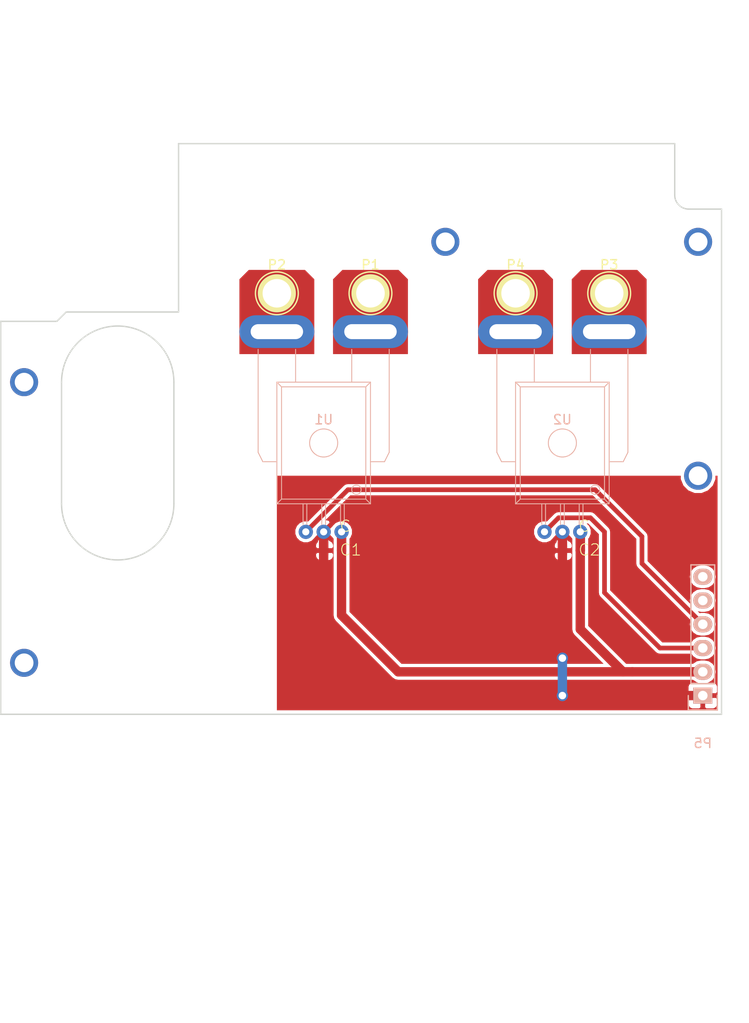
<source format=kicad_pcb>
(kicad_pcb (version 4) (host pcbnew 4.0.4-stable)
  (layers (0 F.Cu signal) (31 B.Cu signal) (34 B.Paste user) (35 F.Paste user) (36 B.SilkS user) (37 F.SilkS user) (38 B.Mask user) (39 F.Mask user) (44 Edge.Cuts user))
  (net 0 "")
  (net 1 +3.3V)
  (net 2 GND)
  (net 3 "Net-(P1-Pad1)")
  (net 4 "Net-(P2-Pad1)")
  (net 5 "Net-(P3-Pad1)")
  (net 6 "Net-(P4-Pad1)")
  (net 7 "Net-(P5-Pad3)")
  (net 8 "Net-(P5-Pad4)")
  (module RP_KiCAD_Libs:C1608_WP (layer F.Cu) (at 35 43 180)
    (fp_text reference C1 (at -0.635 -0.635 180) (layer F.SilkS) (effects (font (size 1.2065 1.2065) (thickness 0.1016)) (justify left bottom)))
    (fp_text value C (at -0.635 1.905 180) (layer F.SilkS) (effects (font (size 1.2065 1.2065) (thickness 0.1016)) (justify left bottom)))
    (pad 1 smd rect (at -0.9 0 180) (size 0.8 1) (layers F.Cu F.Paste F.Mask) (net 1 +3.3V))
    (pad 2 smd rect (at 0.9 0 180) (size 0.8 1) (layers F.Cu F.Paste F.Mask) (net 2 GND))
  )
  (module RP_KiCAD_Libs:C1608_WP (layer F.Cu) (at 60.5 43 180)
    (fp_text reference C2 (at -0.635 -0.635 180) (layer F.SilkS) (effects (font (size 1.2065 1.2065) (thickness 0.1016)) (justify left bottom)))
    (fp_text value C (at -0.635 1.905 180) (layer F.SilkS) (effects (font (size 1.2065 1.2065) (thickness 0.1016)) (justify left bottom)))
    (pad 1 smd rect (at -0.9 0 180) (size 0.8 1) (layers F.Cu F.Paste F.Mask) (net 1 +3.3V))
    (pad 2 smd rect (at 0.9 0 180) (size 0.8 1) (layers F.Cu F.Paste F.Mask) (net 2 GND))
  )
  (module Connect:1pin (layer F.Cu) (at 39 15.5)
    (fp_text reference P1 (at 0 -3.048) (layer F.SilkS))
    (fp_text value CONN_01X01)
    (fp_circle (center 0 0) (end 0 -2.286) (layer F.SilkS) (width 0.15))
    (pad 1 thru_hole circle (at 0 0) (size 4.064 4.064) (drill 3.048) (layers *.Cu *.Mask F.SilkS) (net 3 "Net-(P1-Pad1)"))
  )
  (module Connect:1pin (layer F.Cu) (at 29 15.5)
    (fp_text reference P2 (at 0 -3.048) (layer F.SilkS))
    (fp_text value CONN_01X01)
    (fp_circle (center 0 0) (end 0 -2.286) (layer F.SilkS) (width 0.15))
    (pad 1 thru_hole circle (at 0 0) (size 4.064 4.064) (drill 3.048) (layers *.Cu *.Mask F.SilkS) (net 4 "Net-(P2-Pad1)"))
  )
  (module Connect:1pin (layer F.Cu) (at 64.5 15.5)
    (fp_text reference P3 (at 0 -3.048) (layer F.SilkS))
    (fp_text value CONN_01X01)
    (fp_circle (center 0 0) (end 0 -2.286) (layer F.SilkS) (width 0.15))
    (pad 1 thru_hole circle (at 0 0) (size 4.064 4.064) (drill 3.048) (layers *.Cu *.Mask F.SilkS) (net 5 "Net-(P3-Pad1)"))
  )
  (module Connect:1pin (layer F.Cu) (at 54.5 15.5)
    (fp_text reference P4 (at 0 -3.048) (layer F.SilkS))
    (fp_text value CONN_01X01)
    (fp_circle (center 0 0) (end 0 -2.286) (layer F.SilkS) (width 0.15))
    (pad 1 thru_hole circle (at 0 0) (size 4.064 4.064) (drill 3.048) (layers *.Cu *.Mask F.SilkS) (net 6 "Net-(P4-Pad1)"))
  )
  (module Pin_Headers:Pin_Header_Straight_1x06 (layer B.Cu) (at 74.5 58.5)
    (fp_text reference P5 (at 0 5.1) (layer B.SilkS) (effects (justify mirror)))
    (fp_text value CONN_01X06)
    (fp_line (start 1.27 -1.27) (end 1.27 -13.97) (layer B.SilkS) (width 0.15))
    (fp_line (start 1.27 -13.97) (end -1.27 -13.97) (layer B.SilkS) (width 0.15))
    (fp_line (start -1.27 -13.97) (end -1.27 -1.27) (layer B.SilkS) (width 0.15))
    (fp_line (start 1.55 1.55) (end 1.55 0) (layer B.SilkS) (width 0.15))
    (fp_line (start 1.27 -1.27) (end -1.27 -1.27) (layer B.SilkS) (width 0.15))
    (fp_line (start -1.55 0) (end -1.55 1.55) (layer B.SilkS) (width 0.15))
    (fp_line (start -1.55 1.55) (end 1.55 1.55) (layer B.SilkS) (width 0.15))
    (pad 1 thru_hole rect (at 0 0) (size 2.032 1.7272) (drill 1.016) (layers *.Cu *.Mask B.SilkS) (net 2 GND))
    (pad 2 thru_hole oval (at 0 -2.54) (size 2.032 1.7272) (drill 1.016) (layers *.Cu *.Mask B.SilkS) (net 1 +3.3V))
    (pad 3 thru_hole oval (at 0 -5.08) (size 2.032 1.7272) (drill 1.016) (layers *.Cu *.Mask B.SilkS) (net 7 "Net-(P5-Pad3)"))
    (pad 4 thru_hole oval (at 0 -7.62) (size 2.032 1.7272) (drill 1.016) (layers *.Cu *.Mask B.SilkS) (net 8 "Net-(P5-Pad4)"))
    (pad 5 thru_hole oval (at 0 -10.16) (size 2.032 1.7272) (drill 1.016) (layers *.Cu *.Mask B.SilkS))
    (pad 6 thru_hole oval (at 0 -12.7) (size 2.032 1.7272) (drill 1.016) (layers *.Cu *.Mask B.SilkS))
  )
  (module RP_KiCAD_Libs:ACS785xCB (layer B.Cu) (at 59.5 41 180)
    (fp_text reference U2 (at 0 12 180) (layer B.SilkS) (effects (justify mirror)))
    (fp_text value ACS758)
    (fp_line (start -4.5 3.5) (end -4.5 15.5) (layer B.SilkS) (width 0.1))
    (fp_line (start 4.5 3.5) (end -4.5 3.5) (layer B.SilkS) (width 0.1))
    (fp_line (start -4.5 3.5) (end -5 3) (layer B.SilkS) (width 0.1))
    (fp_line (start 4.5 15.5) (end 4.5 3.5) (layer B.SilkS) (width 0.1))
    (fp_line (start 4.5 3.5) (end 5 3) (layer B.SilkS) (width 0.1))
    (fp_line (start 4.5 15.5) (end 5 16) (layer B.SilkS) (width 0.1))
    (fp_line (start -4.5 15.5) (end 4.5 15.5) (layer B.SilkS) (width 0.1))
    (fp_line (start -5 16) (end -4.5 15.5) (layer B.SilkS) (width 0.1))
    (fp_line (start 7 8.5) (end 7 19.5) (layer B.SilkS) (width 0.1))
    (fp_line (start 6.5 7.5) (end 5 7.5) (layer B.SilkS) (width 0.1))
    (fp_line (start 6.5 7.5) (end 7 8.5) (layer B.SilkS) (width 0.1))
    (fp_line (start -7 8.5) (end -7 19.5) (layer B.SilkS) (width 0.1))
    (fp_line (start -6.5 7.5) (end -5 7.5) (layer B.SilkS) (width 0.1))
    (fp_line (start -7 8.5) (end -6.5 7.5) (layer B.SilkS) (width 0.1))
    (fp_circle (center -3.5 4.5) (end -3 4.5) (layer B.SilkS) (width 0.1))
    (fp_circle (center 0 9.5) (end 0 11) (layer B.SilkS) (width 0.1))
    (fp_line (start 2.2 3) (end 2.2 0.8) (layer B.SilkS) (width 0.1))
    (fp_line (start 1.8 3) (end 1.8 0.8) (layer B.SilkS) (width 0.1))
    (fp_line (start -1.8 3) (end -1.8 0.8) (layer B.SilkS) (width 0.1))
    (fp_line (start -2.2 3) (end -2.2 0.8) (layer B.SilkS) (width 0.1))
    (fp_line (start 0.2 3) (end 0.2 0.8) (layer B.SilkS) (width 0.1))
    (fp_line (start -0.2 3) (end -0.2 0.8) (layer B.SilkS) (width 0.1))
    (fp_line (start 3 19.5) (end 3 16) (layer B.SilkS) (width 0.1))
    (fp_line (start -3 19.5) (end -3 16) (layer B.SilkS) (width 0.1))
    (fp_line (start 5 3) (end -5 3) (layer B.SilkS) (width 0.1))
    (fp_line (start -5 16) (end 5 16) (layer B.SilkS) (width 0.1))
    (fp_line (start -5 16) (end -5 3) (layer B.SilkS) (width 0.1))
    (fp_line (start 5 16) (end 5 3) (layer B.SilkS) (width 0.1))
    (pad 1 thru_hole circle (at -1.91 0 180) (size 1.524 1.524) (drill 0.762) (layers *.Cu *.Mask) (net 1 +3.3V))
    (pad 2 thru_hole circle (at 0 0 180) (size 1.524 1.524) (drill 0.762) (layers *.Cu *.Mask) (net 2 GND))
    (pad 3 thru_hole circle (at 1.91 0 180) (size 1.524 1.524) (drill 0.762) (layers *.Cu *.Mask) (net 7 "Net-(P5-Pad3)"))
    (pad 4 thru_hole oval (at 5 21.4 180) (size 8 3.5) (drill oval 5.6 1.6) (layers *.Cu *.Mask) (net 6 "Net-(P4-Pad1)"))
    (pad 5 thru_hole oval (at -5 21.4 180) (size 8 3.5) (drill oval 5.6 1.6) (layers *.Cu *.Mask) (net 5 "Net-(P3-Pad1)"))
  )
  (module RP_KiCAD_Libs:ACS785xCB (layer B.Cu) (at 34 41 180)
    (fp_text reference U1 (at 0 12 180) (layer B.SilkS) (effects (justify mirror)))
    (fp_text value ACS758)
    (fp_line (start -4.5 3.5) (end -4.5 15.5) (layer B.SilkS) (width 0.1))
    (fp_line (start 4.5 3.5) (end -4.5 3.5) (layer B.SilkS) (width 0.1))
    (fp_line (start -4.5 3.5) (end -5 3) (layer B.SilkS) (width 0.1))
    (fp_line (start 4.5 15.5) (end 4.5 3.5) (layer B.SilkS) (width 0.1))
    (fp_line (start 4.5 3.5) (end 5 3) (layer B.SilkS) (width 0.1))
    (fp_line (start 4.5 15.5) (end 5 16) (layer B.SilkS) (width 0.1))
    (fp_line (start -4.5 15.5) (end 4.5 15.5) (layer B.SilkS) (width 0.1))
    (fp_line (start -5 16) (end -4.5 15.5) (layer B.SilkS) (width 0.1))
    (fp_line (start 7 8.5) (end 7 19.5) (layer B.SilkS) (width 0.1))
    (fp_line (start 6.5 7.5) (end 5 7.5) (layer B.SilkS) (width 0.1))
    (fp_line (start 6.5 7.5) (end 7 8.5) (layer B.SilkS) (width 0.1))
    (fp_line (start -7 8.5) (end -7 19.5) (layer B.SilkS) (width 0.1))
    (fp_line (start -6.5 7.5) (end -5 7.5) (layer B.SilkS) (width 0.1))
    (fp_line (start -7 8.5) (end -6.5 7.5) (layer B.SilkS) (width 0.1))
    (fp_circle (center -3.5 4.5) (end -3 4.5) (layer B.SilkS) (width 0.1))
    (fp_circle (center 0 9.5) (end 0 11) (layer B.SilkS) (width 0.1))
    (fp_line (start 2.2 3) (end 2.2 0.8) (layer B.SilkS) (width 0.1))
    (fp_line (start 1.8 3) (end 1.8 0.8) (layer B.SilkS) (width 0.1))
    (fp_line (start -1.8 3) (end -1.8 0.8) (layer B.SilkS) (width 0.1))
    (fp_line (start -2.2 3) (end -2.2 0.8) (layer B.SilkS) (width 0.1))
    (fp_line (start 0.2 3) (end 0.2 0.8) (layer B.SilkS) (width 0.1))
    (fp_line (start -0.2 3) (end -0.2 0.8) (layer B.SilkS) (width 0.1))
    (fp_line (start 3 19.5) (end 3 16) (layer B.SilkS) (width 0.1))
    (fp_line (start -3 19.5) (end -3 16) (layer B.SilkS) (width 0.1))
    (fp_line (start 5 3) (end -5 3) (layer B.SilkS) (width 0.1))
    (fp_line (start -5 16) (end 5 16) (layer B.SilkS) (width 0.1))
    (fp_line (start -5 16) (end -5 3) (layer B.SilkS) (width 0.1))
    (fp_line (start 5 16) (end 5 3) (layer B.SilkS) (width 0.1))
    (pad 1 thru_hole circle (at -1.91 0 180) (size 1.524 1.524) (drill 0.762) (layers *.Cu *.Mask) (net 1 +3.3V))
    (pad 2 thru_hole circle (at 0 0 180) (size 1.524 1.524) (drill 0.762) (layers *.Cu *.Mask) (net 2 GND))
    (pad 3 thru_hole circle (at 1.91 0 180) (size 1.524 1.524) (drill 0.762) (layers *.Cu *.Mask) (net 8 "Net-(P5-Pad4)"))
    (pad 4 thru_hole oval (at 5 21.4 180) (size 8 3.5) (drill oval 5.6 1.6) (layers *.Cu *.Mask) (net 4 "Net-(P2-Pad1)"))
    (pad 5 thru_hole oval (at -5 21.4 180) (size 8 3.5) (drill oval 5.6 1.6) (layers *.Cu *.Mask) (net 3 "Net-(P1-Pad1)"))
  )
  (gr_line (start 30.7 19.2) (end 27.3 19.2) (angle 90) (layer Edge.Cuts) (width 0.15))
  (gr_line (start 30.7 20) (end 30.7 19.2) (angle 90) (layer Edge.Cuts) (width 0.15))
  (gr_line (start 27.3 20) (end 30.7 20) (angle 90) (layer Edge.Cuts) (width 0.15))
  (gr_line (start 27.3 19.2) (end 27.3 20) (angle 90) (layer Edge.Cuts) (width 0.15))
  (gr_line (start 40.7 19.2) (end 37.3 19.2) (angle 90) (layer Edge.Cuts) (width 0.15))
  (gr_line (start 40.7 20) (end 40.7 19.2) (angle 90) (layer Edge.Cuts) (width 0.15))
  (gr_line (start 37.3 20) (end 40.7 20) (angle 90) (layer Edge.Cuts) (width 0.15))
  (gr_line (start 37.3 19.2) (end 37.3 20) (angle 90) (layer Edge.Cuts) (width 0.15))
  (gr_line (start 52.8 19.2) (end 56.2 19.2) (angle 90) (layer Edge.Cuts) (width 0.15))
  (gr_line (start 52.8 20) (end 52.8 19.2) (angle 90) (layer Edge.Cuts) (width 0.15))
  (gr_line (start 56.2 20) (end 52.8 20) (angle 90) (layer Edge.Cuts) (width 0.15))
  (gr_line (start 56.2 19.2) (end 56.2 20) (angle 90) (layer Edge.Cuts) (width 0.15))
  (gr_line (start 66.2 20) (end 66.2 19.2) (angle 90) (layer Edge.Cuts) (width 0.15))
  (gr_line (start 62.8 20) (end 66.2 20) (angle 90) (layer Edge.Cuts) (width 0.15))
  (gr_line (start 62.8 19.2) (end 62.8 20) (angle 90) (layer Edge.Cuts) (width 0.15))
  (gr_line (start 66.2 19.2) (end 62.8 19.2) (angle 90) (layer Edge.Cuts) (width 0.15))
  (gr_line (start 6 25) (end 6 38) (angle 90) (layer Edge.Cuts) (width 0.15))
  (gr_line (start 18 38) (end 18 25) (angle 90) (layer Edge.Cuts) (width 0.15))
  (gr_arc (start 12 38) (end 18 38) (angle 180) (layer Edge.Cuts) (width 0.15))
  (gr_arc (start 12 25) (end 6 25) (angle 180) (layer Edge.Cuts) (width 0.15))
  (gr_line (start 5.5 18.5) (end -0.5 18.5) (angle 90) (layer Edge.Cuts) (width 0.15))
  (gr_line (start 6.5 17.5) (end 5.5 18.5) (angle 90) (layer Edge.Cuts) (width 0.15))
  (gr_line (start -0.5 18.5) (end -0.5 60.5) (angle 90) (layer Edge.Cuts) (width 0.15))
  (gr_line (start 76.5 6.5) (end 76.5 60.5) (angle 90) (layer Edge.Cuts) (width 0.15))
  (gr_line (start 71.5 -0.5) (end 18.5 -0.5) (angle 90) (layer Edge.Cuts) (width 0.15))
  (gr_line (start 71.5 5) (end 71.5 -0.5) (angle 90) (layer Edge.Cuts) (width 0.15))
  (gr_line (start 73 6.5) (end 76.5 6.5) (angle 90) (layer Edge.Cuts) (width 0.15))
  (gr_arc (start 73 5) (end 73 6.5) (angle 90) (layer Edge.Cuts) (width 0.15))
  (gr_line (start 18.5 17.5) (end 18.5 -0.5) (angle 90) (layer Edge.Cuts) (width 0.15))
  (gr_line (start 6.5 17.5) (end 18.5 17.5) (angle 90) (layer Edge.Cuts) (width 0.15))
  (gr_line (start 76.5 60.5) (end -0.5 60.5) (angle 90) (layer Edge.Cuts) (width 0.15))
  (via (at 2 25) (size 3) (drill 2) (layers F.Cu B.Cu) (net 0))
  (via (at 2 55) (size 3) (drill 2) (layers F.Cu B.Cu) (net 0))
  (via (at 74 35) (size 3) (drill 2) (layers F.Cu B.Cu) (net 0))
  (via (at 74 10) (size 3) (drill 2) (layers F.Cu B.Cu) (net 0))
  (via (at 47 10) (size 3) (drill 2) (layers F.Cu B.Cu) (net 0))
  (segment (start 35.91 41) (end 35.91 49.91) (width 1) (layer F.Cu) (net 1))
  (segment (start 35.91 49.91) (end 41.96 55.96) (width 1) (layer F.Cu) (net 1))
  (segment (start 61.41 41) (end 61.41 51.41) (width 1) (layer F.Cu) (net 1))
  (segment (start 61.41 51.41) (end 65.96 55.96) (width 1) (layer F.Cu) (net 1))
  (segment (start 41.96 55.96) (end 65.96 55.96) (width 1) (layer F.Cu) (net 1))
  (segment (start 65.96 55.96) (end 66.96 55.96) (width 1) (layer F.Cu) (net 1))
  (segment (start 66.96 55.96) (end 74.5 55.96) (width 1) (layer F.Cu) (net 1))
  (segment (start 61.41 41) (end 61.41 42.99) (width 1) (layer F.Cu) (net 1))
  (segment (start 61.41 42.99) (end 61.4 43) (width 1) (layer F.Cu) (net 1))
  (segment (start 35.91 41) (end 35.91 42.99) (width 1) (layer F.Cu) (net 1))
  (segment (start 35.91 42.99) (end 35.9 43) (width 1) (layer F.Cu) (net 1))
  (segment (start 59.5 41) (end 59.5 54.5) (width 1) (layer F.Cu) (net 2))
  (via (at 59.5 58.5) (size 1.2) (drill 0.8) (layers F.Cu B.Cu) (net 2))
  (segment (start 59.5 54.5) (end 59.5 58.5) (width 1) (layer B.Cu) (net 2))
  (via (at 59.5 54.5) (size 1.2) (drill 0.8) (layers F.Cu B.Cu) (net 2))
  (segment (start 34 41) (end 34 52) (width 1) (layer F.Cu) (net 2))
  (segment (start 59.5 58.5) (end 40.5 58.5) (width 1) (layer F.Cu) (net 2))
  (segment (start 34 52) (end 40.5 58.5) (width 1) (layer F.Cu) (net 2))
  (segment (start 74.5 58.5) (end 59.5 58.5) (width 1) (layer F.Cu) (net 2))
  (segment (start 59.5 41) (end 59.5 42.9) (width 1) (layer F.Cu) (net 2))
  (segment (start 59.5 42.9) (end 59.6 43) (width 1) (layer F.Cu) (net 2))
  (segment (start 34 41) (end 34 42.9) (width 1) (layer F.Cu) (net 2))
  (segment (start 34 42.9) (end 34.1 43) (width 1) (layer F.Cu) (net 2))
  (segment (start 74.5 53.42) (end 69.92 53.42) (width 0.5) (layer F.Cu) (net 7))
  (segment (start 64 47.5) (end 64 41) (width 0.5) (layer F.Cu) (net 7))
  (segment (start 69.92 53.42) (end 64 47.5) (width 0.5) (layer F.Cu) (net 7))
  (segment (start 59.09 39.5) (end 57.59 41) (width 0.5) (layer F.Cu) (net 7))
  (segment (start 62.5 39.5) (end 59.09 39.5) (width 0.5) (layer F.Cu) (net 7))
  (segment (start 64 41) (end 62.5 39.5) (width 0.5) (layer F.Cu) (net 7))
  (segment (start 32.09 41) (end 36.59 36.5) (width 0.5) (layer F.Cu) (net 8))
  (segment (start 68 44.38) (end 74.5 50.88) (width 0.5) (layer F.Cu) (net 8))
  (segment (start 68 41.5) (end 68 44.38) (width 0.5) (layer F.Cu) (net 8))
  (segment (start 63 36.5) (end 68 41.5) (width 0.5) (layer F.Cu) (net 8))
  (segment (start 36.59 36.5) (end 63 36.5) (width 0.5) (layer F.Cu) (net 8))
  (zone (net 2) (net_name GND) (layer F.Cu) (connect_pads (clearance 0.35)) (min_thickness 0.026) (fill yes (arc_segments 16) (thermal_gap 0.508) (thermal_bridge_width 0.508))
    (polygon (pts (xy 76.5 60.5) (xy 29 60.5) (xy 29 35) (xy 76.5 35)))
  )
  (zone (net 3) (net_name "Net-(P1-Pad1)") (layer F.Cu) (connect_pads yes (clearance 0.35)) (min_thickness 0.026) (fill yes (arc_segments 16) (thermal_gap 0.508) (thermal_bridge_width 0.508))
    (polygon (pts (xy 43 14) (xy 43 22) (xy 35 22) (xy 35 14) (xy 36 13) (xy 42 13)))
  )
  (zone (net 4) (net_name "Net-(P2-Pad1)") (layer F.Cu) (connect_pads yes (clearance 0.35)) (min_thickness 0.026) (fill yes (arc_segments 16) (thermal_gap 0.508) (thermal_bridge_width 0.508))
    (polygon (pts (xy 33 14) (xy 33 22) (xy 25 22) (xy 25 14) (xy 26 13) (xy 32 13)))
  )
  (zone (net 6) (net_name "Net-(P4-Pad1)") (layer F.Cu) (connect_pads yes (clearance 0.35)) (min_thickness 0.026) (fill yes (arc_segments 16) (thermal_gap 0.508) (thermal_bridge_width 0.508))
    (polygon (pts (xy 58.5 14) (xy 58.5 22) (xy 50.5 22) (xy 50.5 14) (xy 51.5 13) (xy 57.5 13)))
  )
  (zone (net 5) (net_name "Net-(P3-Pad1)") (layer F.Cu) (connect_pads yes (clearance 0.35)) (min_thickness 0.026) (fill yes (arc_segments 16) (thermal_gap 0.508) (thermal_bridge_width 0.508))
    (polygon (pts (xy 68.5 14) (xy 68.5 22) (xy 60.5 22) (xy 60.5 14) (xy 61.5 13) (xy 67.5 13)))
  )
)
</source>
